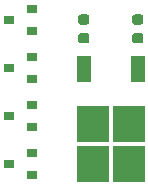
<source format=gbr>
G04 #@! TF.GenerationSoftware,KiCad,Pcbnew,5.1.9-73d0e3b20d~88~ubuntu20.04.1*
G04 #@! TF.CreationDate,2021-03-27T21:05:45+01:00*
G04 #@! TF.ProjectId,RGB_strip,5247425f-7374-4726-9970-2e6b69636164,rev?*
G04 #@! TF.SameCoordinates,Original*
G04 #@! TF.FileFunction,Paste,Bot*
G04 #@! TF.FilePolarity,Positive*
%FSLAX46Y46*%
G04 Gerber Fmt 4.6, Leading zero omitted, Abs format (unit mm)*
G04 Created by KiCad (PCBNEW 5.1.9-73d0e3b20d~88~ubuntu20.04.1) date 2021-03-27 21:05:45*
%MOMM*%
%LPD*%
G01*
G04 APERTURE LIST*
%ADD10R,0.900000X0.800000*%
%ADD11R,1.200000X2.200000*%
%ADD12R,2.750000X3.050000*%
G04 APERTURE END LIST*
G36*
G01*
X121541250Y-94392000D02*
X121028750Y-94392000D01*
G75*
G02*
X120810000Y-94173250I0J218750D01*
G01*
X120810000Y-93735750D01*
G75*
G02*
X121028750Y-93517000I218750J0D01*
G01*
X121541250Y-93517000D01*
G75*
G02*
X121760000Y-93735750I0J-218750D01*
G01*
X121760000Y-94173250D01*
G75*
G02*
X121541250Y-94392000I-218750J0D01*
G01*
G37*
G36*
G01*
X121541250Y-95967000D02*
X121028750Y-95967000D01*
G75*
G02*
X120810000Y-95748250I0J218750D01*
G01*
X120810000Y-95310750D01*
G75*
G02*
X121028750Y-95092000I218750J0D01*
G01*
X121541250Y-95092000D01*
G75*
G02*
X121760000Y-95310750I0J-218750D01*
G01*
X121760000Y-95748250D01*
G75*
G02*
X121541250Y-95967000I-218750J0D01*
G01*
G37*
G36*
G01*
X126113250Y-95967000D02*
X125600750Y-95967000D01*
G75*
G02*
X125382000Y-95748250I0J218750D01*
G01*
X125382000Y-95310750D01*
G75*
G02*
X125600750Y-95092000I218750J0D01*
G01*
X126113250Y-95092000D01*
G75*
G02*
X126332000Y-95310750I0J-218750D01*
G01*
X126332000Y-95748250D01*
G75*
G02*
X126113250Y-95967000I-218750J0D01*
G01*
G37*
G36*
G01*
X126113250Y-94392000D02*
X125600750Y-94392000D01*
G75*
G02*
X125382000Y-94173250I0J218750D01*
G01*
X125382000Y-93735750D01*
G75*
G02*
X125600750Y-93517000I218750J0D01*
G01*
X126113250Y-93517000D01*
G75*
G02*
X126332000Y-93735750I0J-218750D01*
G01*
X126332000Y-94173250D01*
G75*
G02*
X126113250Y-94392000I-218750J0D01*
G01*
G37*
D10*
X116951000Y-93030000D03*
X116951000Y-94930000D03*
X114951000Y-93980000D03*
X116951000Y-97094000D03*
X116951000Y-98994000D03*
X114951000Y-98044000D03*
X114951000Y-102108000D03*
X116951000Y-103058000D03*
X116951000Y-101158000D03*
X114951000Y-106172000D03*
X116951000Y-107122000D03*
X116951000Y-105222000D03*
D11*
X121291000Y-98162000D03*
X125851000Y-98162000D03*
D12*
X125096000Y-106137000D03*
X122046000Y-102787000D03*
X122046000Y-106137000D03*
X125096000Y-102787000D03*
M02*

</source>
